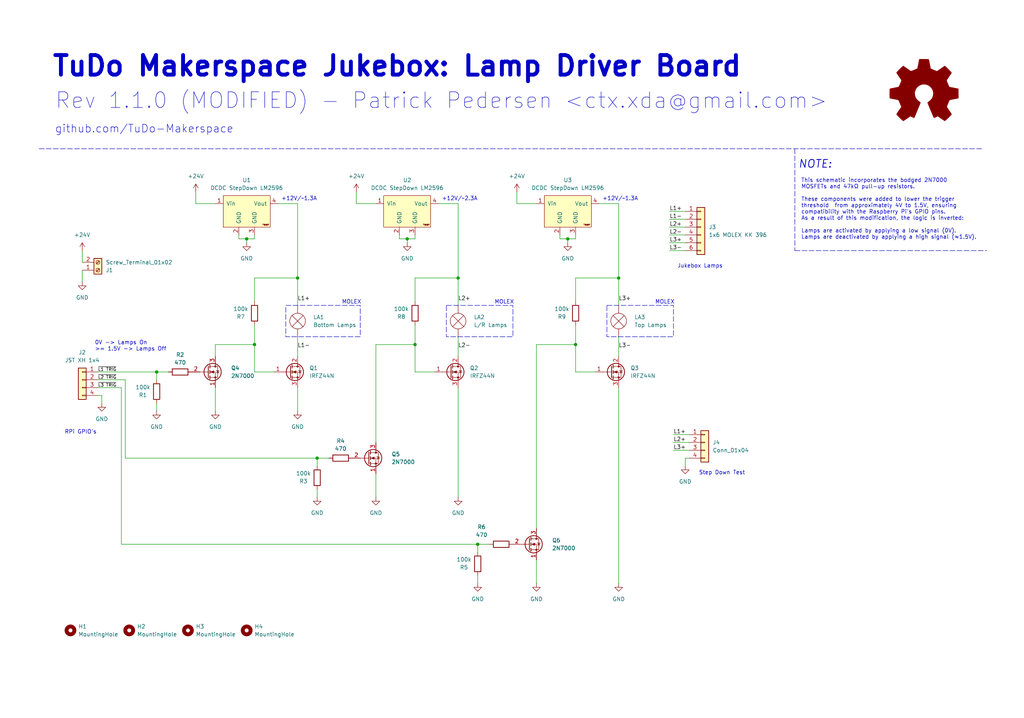
<source format=kicad_sch>
(kicad_sch (version 20231120) (generator "eeschema") (generator_version "8.0")
  (paper "User" 332.154 232.833)
  (title_block (title "Jukebox Lamp Driver Board") (date "2024-10-16") (rev "v1.1.0 MODIFIED") (company "TuDo Makerspace"))
  (lib_symbols
    (symbol "Connector:Screw_Terminal_01x02" (pin_names (offset 1.016) hide)
      (property "Reference" "J" (at 0 2.54 0))
      (property "Value" "Screw_Terminal_01x02" (at 0 -5.08 0))
      (symbol "Screw_Terminal_01x02_1_1"
        (rectangle (start -1.27 1.27) (end 1.27 -3.81) (stroke (width 0.254)) (fill (type background)))
        (circle (center 0 -2.54) (radius 0.635) (stroke (width 0.1524)))
        (polyline (pts (xy -0.5334 -2.2098) (xy 0.3302 -3.048)) (stroke (width 0.1524)))
        (polyline (pts (xy -0.5334 0.3302) (xy 0.3302 -0.508)) (stroke (width 0.1524)))
        (polyline (pts (xy -0.3556 -2.032) (xy 0.508 -2.8702)) (stroke (width 0.1524)))
        (polyline (pts (xy -0.3556 0.508) (xy 0.508 -0.3302)) (stroke (width 0.1524)))
        (circle (center 0 0) (radius 0.635) (stroke (width 0.1524)))
        (pin passive line (at -5.08 0 0) (length 3.81) (name "Pin_1") (number "1"))
        (pin passive line (at -5.08 -2.54 0) (length 3.81) (name "Pin_2") (number "2"))
      )
    )
    (symbol "Connector_Generic:Conn_01x04" (pin_names (offset 1.016) hide)
      (property "Reference" "J" (at 0 5.08 0))
      (property "Value" "Conn_01x04" (at 0 -7.62 0))
      (symbol "Conn_01x04_1_1"
        (rectangle (start -1.27 -4.953) (end 0 -5.207) (stroke (width 0.1524)))
        (rectangle (start -1.27 -2.413) (end 0 -2.667) (stroke (width 0.1524)))
        (rectangle (start -1.27 0.127) (end 0 -0.127) (stroke (width 0.1524)))
        (rectangle (start -1.27 2.667) (end 0 2.413) (stroke (width 0.1524)))
        (rectangle (start -1.27 3.81) (end 1.27 -6.35) (stroke (width 0.254)) (fill (type background)))
        (pin passive line (at -5.08 2.54 0) (length 3.81) (name "Pin_1") (number "1"))
        (pin passive line (at -5.08 0 0) (length 3.81) (name "Pin_2") (number "2"))
        (pin passive line (at -5.08 -2.54 0) (length 3.81) (name "Pin_3") (number "3"))
        (pin passive line (at -5.08 -5.08 0) (length 3.81) (name "Pin_4") (number "4"))
      )
    )
    (symbol "Connector_Generic:Conn_01x06" (pin_names (offset 1.016) hide)
      (property "Reference" "J" (at 0 7.62 0))
      (property "Value" "Conn_01x06" (at 0 -10.16 0))
      (symbol "Conn_01x06_1_1"
        (rectangle (start -1.27 -7.493) (end 0 -7.747) (stroke (width 0.1524)))
        (rectangle (start -1.27 -4.953) (end 0 -5.207) (stroke (width 0.1524)))
        (rectangle (start -1.27 -2.413) (end 0 -2.667) (stroke (width 0.1524)))
        (rectangle (start -1.27 0.127) (end 0 -0.127) (stroke (width 0.1524)))
        (rectangle (start -1.27 2.667) (end 0 2.413) (stroke (width 0.1524)))
        (rectangle (start -1.27 5.207) (end 0 4.953) (stroke (width 0.1524)))
        (rectangle (start -1.27 6.35) (end 1.27 -8.89) (stroke (width 0.254)) (fill (type background)))
        (pin passive line (at -5.08 5.08 0) (length 3.81) (name "Pin_1") (number "1"))
        (pin passive line (at -5.08 2.54 0) (length 3.81) (name "Pin_2") (number "2"))
        (pin passive line (at -5.08 0 0) (length 3.81) (name "Pin_3") (number "3"))
        (pin passive line (at -5.08 -2.54 0) (length 3.81) (name "Pin_4") (number "4"))
        (pin passive line (at -5.08 -5.08 0) (length 3.81) (name "Pin_5") (number "5"))
        (pin passive line (at -5.08 -7.62 0) (length 3.81) (name "Pin_6") (number "6"))
      )
    )
    (symbol "DCDC_Stepdown_LM2596:YAAJ_DCDC_StepDown_LM2596" (pin_names (offset 1.016))
      (property "Reference" "U" (at -5.08 6.35 0))
      (property "Value" "YAAJ_DCDC_StepDown_LM2596" (at 0 11.43 0))
      (symbol "YAAJ_DCDC_StepDown_LM2596_0_1"
        (rectangle (start -7.62 5.08) (end 7.62 -5.08) (fill (type background)))
      )
      (symbol "YAAJ_DCDC_StepDown_LM2596_1_1"
        (text "Y@@V" (at 6.1976 -4.2672 0) (effects (font (size 0.508 0.508))))
        (pin power_in line (at -10.16 2.54 0) (length 2.54) (name "Vin") (number "1"))
        (pin power_in line (at -2.54 -7.62 90) (length 2.54) (name "GND") (number "2"))
        (pin power_in line (at 2.54 -7.62 90) (length 2.54) (name "GND") (number "3"))
        (pin power_out line (at 10.16 2.54 180) (length 2.54) (name "Vout") (number "4"))
      )
    )
    (symbol "Device:Lamp" (pin_numbers hide) (pin_names (offset 0.0254) hide)
      (property "Reference" "LA" (at 0.635 3.81 0))
      (property "Value" "Lamp" (at 0.635 -3.81 0))
      (symbol "Lamp_0_1"
        (polyline (pts (xy -1.778 1.778) (xy 1.778 -1.778)))
        (polyline (pts (xy 1.778 1.778) (xy -1.778 -1.778)))
        (circle (center 0 0) (radius 2.54))
      )
      (symbol "Lamp_1_1"
        (pin passive line (at 0 -5.08 90) (length 2.54) (name "-") (number "1"))
        (pin passive line (at 0 5.08 270) (length 2.54) (name "+") (number "2"))
      )
    )
    (symbol "Device:Q_NMOS_GDS" (pin_names (offset 0) hide)
      (property "Reference" "Q" (at 5.08 1.27 0))
      (property "Value" "Q_NMOS_GDS" (at 5.08 -1.27 0))
      (symbol "Q_NMOS_GDS_0_1"
        (polyline (pts (xy 0.254 0) (xy -2.54 0)))
        (polyline (pts (xy 0.254 1.905) (xy 0.254 -1.905)) (stroke (width 0.254)))
        (polyline (pts (xy 0.762 -1.27) (xy 0.762 -2.286)) (stroke (width 0.254)))
        (polyline (pts (xy 0.762 0.508) (xy 0.762 -0.508)) (stroke (width 0.254)))
        (polyline (pts (xy 0.762 2.286) (xy 0.762 1.27)) (stroke (width 0.254)))
        (polyline (pts (xy 2.54 2.54) (xy 2.54 1.778)))
        (polyline (pts (xy 2.54 -2.54) (xy 2.54 0) (xy 0.762 0)))
        (polyline (pts (xy 0.762 -1.778) (xy 3.302 -1.778) (xy 3.302 1.778) (xy 0.762 1.778)))
        (polyline (pts (xy 1.016 0) (xy 2.032 0.381) (xy 2.032 -0.381) (xy 1.016 0)) (fill (type outline)))
        (polyline (pts (xy 2.794 0.508) (xy 2.921 0.381) (xy 3.683 0.381) (xy 3.81 0.254)))
        (polyline (pts (xy 3.302 0.381) (xy 2.921 -0.254) (xy 3.683 -0.254) (xy 3.302 0.381)))
        (circle (center 1.651 0) (radius 2.794) (stroke (width 0.254)))
        (circle (center 2.54 -1.778) (radius 0.254) (fill (type outline)))
        (circle (center 2.54 1.778) (radius 0.254) (fill (type outline)))
      )
      (symbol "Q_NMOS_GDS_1_1"
        (pin input line (at -5.08 0 0) (length 2.54) (name "G") (number "1"))
        (pin passive line (at 2.54 5.08 270) (length 2.54) (name "D") (number "2"))
        (pin passive line (at 2.54 -5.08 90) (length 2.54) (name "S") (number "3"))
      )
    )
    (symbol "Device:R" (pin_numbers hide) (pin_names (offset 0))
      (property "Reference" "R" (at 2.032 0 90))
      (property "Value" "R" (at 0 0 90))
      (symbol "R_0_1"
        (rectangle (start -1.016 -2.54) (end 1.016 2.54) (stroke (width 0.254)))
      )
      (symbol "R_1_1"
        (pin passive line (at 0 3.81 270) (length 1.27) (name "~") (number "1"))
        (pin passive line (at 0 -3.81 90) (length 1.27) (name "~") (number "2"))
      )
    )
    (symbol "Graphic:Logo_Open_Hardware_Large" (in_bom no) (on_board no)
      (symbol "Logo_Open_Hardware_Large_1_1"
        (polyline (pts (xy 6.731 -8.7122) (xy 6.6294 -8.6614) (xy 6.35 -8.4836) (xy 5.9944 -8.255) (xy 5.5372 -7.9502) (xy 5.1054 -7.6454) (xy 4.7498 -7.4168) (xy 4.4958 -7.239) (xy 4.3942 -7.1882) (xy 4.318 -7.2136) (xy 4.1148 -7.3152) (xy 3.81 -7.4676) (xy 3.6322 -7.5692) (xy 3.3528 -7.6708) (xy 3.2258 -7.6962) (xy 3.2004 -7.6708) (xy 3.0988 -7.4676) (xy 2.9464 -7.0866) (xy 2.7178 -6.604) (xy 2.4892 -6.0452) (xy 2.2352 -5.4356) (xy 1.9558 -4.826) (xy 1.7272 -4.2164) (xy 1.4986 -3.683) (xy 1.3208 -3.2512) (xy 1.2192 -2.9464) (xy 1.1684 -2.8194) (xy 1.1938 -2.794) (xy 1.3208 -2.667) (xy 1.5748 -2.4892) (xy 2.0828 -2.0574) (xy 2.6162 -1.397) (xy 2.921 -0.6604) (xy 3.048 0.1524) (xy 2.9464 0.9144) (xy 2.6416 1.6256) (xy 2.1336 2.286) (xy 1.524 2.7686) (xy 0.8128 3.0734) (xy 0 3.175) (xy -0.762 3.0988) (xy -1.4986 2.794) (xy -2.159 2.286) (xy -2.4384 1.9812) (xy -2.8194 1.3208) (xy -3.048 0.6096) (xy -3.0734 0.4318) (xy -3.0226 -0.3556) (xy -2.794 -1.0922) (xy -2.3876 -1.7526) (xy -1.8288 -2.3114) (xy -1.7526 -2.3622) (xy -1.4732 -2.5654) (xy -1.2954 -2.6924) (xy -1.1684 -2.8194) (xy -2.159 -5.207) (xy -2.3114 -5.588) (xy -2.5908 -6.2484) (xy -2.8194 -6.8072) (xy -3.0226 -7.2644) (xy -3.1496 -7.5692) (xy -3.2258 -7.6708) (xy -3.2258 -7.6962) (xy -3.302 -7.6962) (xy -3.4798 -7.6454) (xy -3.8354 -7.4676) (xy -4.0386 -7.366) (xy -4.2926 -7.239) (xy -4.4196 -7.1882) (xy -4.5212 -7.239) (xy -4.7498 -7.3914) (xy -5.1054 -7.6454) (xy -5.5372 -7.9248) (xy -5.9436 -8.2042) (xy -6.3246 -8.4582) (xy -6.604 -8.636) (xy -6.731 -8.7122) (xy -6.7564 -8.7122) (xy -6.858 -8.636) (xy -7.0866 -8.4582) (xy -7.4168 -8.1534) (xy -7.874 -7.6962) (xy -7.9502 -7.62) (xy -8.3312 -7.239) (xy -8.636 -6.9088) (xy -8.8392 -6.6802) (xy -8.9154 -6.5786) (xy -8.9154 -6.5786) (xy -8.8392 -6.4516) (xy -8.6614 -6.1722) (xy -8.4328 -5.7912) (xy -8.128 -5.3594) (xy -7.3152 -4.191) (xy -7.7724 -3.0988) (xy -7.8994 -2.7686) (xy -8.0772 -2.3622) (xy -8.2042 -2.0828) (xy -8.255 -1.9558) (xy -8.382 -1.905) (xy -8.6614 -1.8542) (xy -9.0932 -1.7526) (xy -9.6266 -1.651) (xy -10.1092 -1.5748) (xy -10.541 -1.4732) (xy -10.8712 -1.4224) (xy -11.0236 -1.397) (xy -11.049 -1.3716) (xy -11.0744 -1.2954) (xy -11.0998 -1.143) (xy -11.0998 -0.889) (xy -11.1252 -0.4572) (xy -11.1252 0.1524) (xy -11.1252 0.2286) (xy -11.0998 0.8128) (xy -11.0998 1.27) (xy -11.0744 1.5494) (xy -11.0744 1.6764) (xy -11.0744 1.6764) (xy -10.922 1.7018) (xy -10.6172 1.778) (xy -10.16 1.8542) (xy -9.652 1.9558) (xy -9.6012 1.9812) (xy -9.0932 2.0828) (xy -8.636 2.159) (xy -8.3312 2.2352) (xy -8.2042 2.286) (xy -8.1788 2.3114) (xy -8.0772 2.5146) (xy -7.9248 2.8448) (xy -7.747 3.2512) (xy -7.5692 3.6576) (xy -7.4168 4.0386) (xy -7.3152 4.318) (xy -7.2898 4.445) (xy -7.2898 4.445) (xy -7.366 4.572) (xy -7.5438 4.826) (xy -7.7978 5.207) (xy -8.128 5.6642) (xy -8.128 5.6896) (xy -8.4328 6.1468) (xy -8.6868 6.5278) (xy -8.8392 6.7818) (xy -8.9154 6.9088) (xy -8.9154 6.9088) (xy -8.8138 7.0358) (xy -8.5852 7.2898) (xy -8.255 7.6454) (xy -7.874 8.0264) (xy -7.747 8.1534) (xy -7.3152 8.5852) (xy -7.0104 8.8646) (xy -6.8326 8.9916) (xy -6.731 9.0424) (xy -6.731 9.0424) (xy -6.604 8.9408) (xy -6.3246 8.763) (xy -5.9436 8.509) (xy -5.4864 8.2042) (xy -5.461 8.1788) (xy -5.0038 7.874) (xy -4.6482 7.62) (xy -4.3688 7.4422) (xy -4.2672 7.3914) (xy -4.2418 7.3914) (xy -4.064 7.4422) (xy -3.7338 7.5438) (xy -3.3528 7.6962) (xy -2.9464 7.874) (xy -2.5654 8.0264) (xy -2.286 8.1534) (xy -2.159 8.2296) (xy -2.159 8.2296) (xy -2.1082 8.382) (xy -2.032 8.7122) (xy -1.9304 9.1694) (xy -1.8288 9.7282) (xy -1.8034 9.8044) (xy -1.7018 10.3378) (xy -1.6256 10.7696) (xy -1.5748 11.0744) (xy -1.524 11.2014) (xy -1.4478 11.2268) (xy -1.1938 11.2522) (xy -0.8128 11.2522) (xy -0.3302 11.2522) (xy 0.1524 11.2522) (xy 0.6604 11.2522) (xy 1.0668 11.2268) (xy 1.3716 11.2014) (xy 1.4986 11.176) (xy 1.4986 11.176) (xy 1.5494 11.0236) (xy 1.6256 10.6934) (xy 1.7018 10.2108) (xy 1.8288 9.6774) (xy 1.8288 9.5758) (xy 1.9304 9.0424) (xy 2.032 8.6106) (xy 2.0828 8.3058) (xy 2.1336 8.2042) (xy 2.159 8.1788) (xy 2.3876 8.0772) (xy 2.7432 7.9248) (xy 3.175 7.747) (xy 4.191 7.3406) (xy 5.461 8.2042) (xy 5.5626 8.2804) (xy 6.0198 8.5852) (xy 6.3754 8.8392) (xy 6.6294 8.9916) (xy 6.7564 9.0424) (xy 6.7564 9.0424) (xy 6.8834 8.9408) (xy 7.1374 8.7122) (xy 7.4676 8.382) (xy 7.8486 7.9756) (xy 8.1534 7.6962) (xy 8.4836 7.3406) (xy 8.7122 7.112) (xy 8.8392 6.9596) (xy 8.8646 6.858) (xy 8.8646 6.8072) (xy 8.7884 6.6802) (xy 8.6106 6.4008) (xy 8.3312 6.0198) (xy 8.0264 5.588) (xy 7.7978 5.207) (xy 7.5184 4.8006) (xy 7.3406 4.4958) (xy 7.2898 4.3434) (xy 7.2898 4.2926) (xy 7.3914 4.0386) (xy 7.5184 3.683) (xy 7.7216 3.2258) (xy 8.1534 2.2352) (xy 8.7884 2.1082) (xy 9.1948 2.0574) (xy 9.7536 1.9304) (xy 10.2616 1.8288) (xy 11.0998 1.6764) (xy 11.1252 -1.3208) (xy 10.9982 -1.3716) (xy 10.8712 -1.397) (xy 10.5664 -1.4732) (xy 10.1346 -1.5494) (xy 9.6266 -1.651) (xy 9.1948 -1.7272) (xy 8.7376 -1.8288) (xy 8.4328 -1.8796) (xy 8.2804 -1.905) (xy 8.255 -1.9558) (xy 8.1534 -2.159) (xy 7.9756 -2.5146) (xy 7.8232 -2.921) (xy 7.6454 -3.3274) (xy 7.493 -3.7338) (xy 7.366 -4.0132) (xy 7.3406 -4.191) (xy 7.3914 -4.2926) (xy 7.5692 -4.5466) (xy 7.7978 -4.9276) (xy 8.1026 -5.3594) (xy 8.4074 -5.7912) (xy 8.6614 -6.1722) (xy 8.8138 -6.4262) (xy 8.89 -6.5532) (xy 8.8646 -6.6548) (xy 8.6868 -6.858) (xy 8.3566 -7.1882) (xy 7.874 -7.6708) (xy 7.7978 -7.747) (xy 7.3914 -8.128) (xy 7.0612 -8.4328) (xy 6.8326 -8.636) (xy 6.731 -8.7122)) (fill (type outline)))
      )
    )
    (symbol "Mechanical:MountingHole" (pin_names (offset 1.016)) (exclude_from_sim yes) (in_bom no)
      (property "Reference" "H" (at 0 5.08 0))
      (property "Value" "MountingHole" (at 0 3.175 0))
      (symbol "MountingHole_0_1"
        (circle (center 0 0) (radius 1.27) (stroke (width 1.27)))
      )
    )
    (symbol "Transistor_FET:2N7000" (pin_names hide)
      (property "Reference" "Q" (at 5.08 1.905 0))
      (property "Value" "2N7000" (at 5.08 0 0))
      (symbol "2N7000_0_1"
        (polyline (pts (xy 0.254 0) (xy -2.54 0)))
        (polyline (pts (xy 0.254 1.905) (xy 0.254 -1.905)) (stroke (width 0.254)))
        (polyline (pts (xy 0.762 -1.27) (xy 0.762 -2.286)) (stroke (width 0.254)))
        (polyline (pts (xy 0.762 0.508) (xy 0.762 -0.508)) (stroke (width 0.254)))
        (polyline (pts (xy 0.762 2.286) (xy 0.762 1.27)) (stroke (width 0.254)))
        (polyline (pts (xy 2.54 2.54) (xy 2.54 1.778)))
        (polyline (pts (xy 2.54 -2.54) (xy 2.54 0) (xy 0.762 0)))
        (polyline (pts (xy 0.762 -1.778) (xy 3.302 -1.778) (xy 3.302 1.778) (xy 0.762 1.778)))
        (polyline (pts (xy 1.016 0) (xy 2.032 0.381) (xy 2.032 -0.381) (xy 1.016 0)) (fill (type outline)))
        (polyline (pts (xy 2.794 0.508) (xy 2.921 0.381) (xy 3.683 0.381) (xy 3.81 0.254)))
        (polyline (pts (xy 3.302 0.381) (xy 2.921 -0.254) (xy 3.683 -0.254) (xy 3.302 0.381)))
        (circle (center 1.651 0) (radius 2.794) (stroke (width 0.254)))
        (circle (center 2.54 -1.778) (radius 0.254) (fill (type outline)))
        (circle (center 2.54 1.778) (radius 0.254) (fill (type outline)))
      )
      (symbol "2N7000_1_1"
        (pin passive line (at 2.54 -5.08 90) (length 2.54) (name "S") (number "1"))
        (pin input line (at -5.08 0 0) (length 2.54) (name "G") (number "2"))
        (pin passive line (at 2.54 5.08 270) (length 2.54) (name "D") (number "3"))
      )
    )
    (symbol "power:+24V" (power) (pin_numbers hide) (pin_names (offset 0) hide)
      (property "Value" "+24V" (at 0 3.556 0))
      (symbol "+24V_0_1"
        (polyline (pts (xy -0.762 1.27) (xy 0 2.54)))
        (polyline (pts (xy 0 0) (xy 0 2.54)))
        (polyline (pts (xy 0 2.54) (xy 0.762 1.27)))
      )
      (symbol "+24V_1_1"
        (pin power_in line (at 0 0 90) (length 0) (name "~") (number "1"))
      )
    )
    (symbol "power:GND" (power) (pin_numbers hide) (pin_names (offset 0) hide)
      (property "Value" "GND" (at 0 -3.81 0))
      (symbol "GND_0_1"
        (polyline (pts (xy 0 0) (xy 0 -1.27) (xy 1.27 -1.27) (xy 0 -2.54) (xy -1.27 -1.27) (xy 0 -1.27)))
      )
      (symbol "GND_1_1"
        (pin power_in line (at 0 0 270) (length 0) (name "~") (number "1"))
      )
    )
  )
  (junction (at 184.15 77.47))
  (junction (at 132.08 77.47))
  (junction (at 96.52 90.17))
  (junction (at 50.8 120.65))
  (junction (at 82.55 111.76))
  (junction (at 80.01 77.47))
  (junction (at 200.66 90.17))
  (junction (at 148.59 90.17))
  (junction (at 154.94 176.53))
  (junction (at 102.87 148.59))
  (junction (at 134.62 111.76))
  (junction (at 186.69 111.76))
  (wire (pts (xy 222.25 151.13) (xy 222.25 148.59)))
  (wire (pts (xy 218.44 146.05) (xy 223.52 146.05)))
  (wire (pts (xy 96.52 66.04) (xy 90.17 66.04)))
  (wire (pts (xy 148.59 90.17) (xy 148.59 99.06)))
  (wire (pts (xy 148.59 66.04) (xy 148.59 90.17)))
  (wire (pts (xy 134.62 76.2) (xy 134.62 77.47)))
  (wire (pts (xy 200.66 66.04) (xy 200.66 90.17)))
  (wire (pts (xy 217.17 76.2) (xy 222.25 76.2)))
  (wire (pts (xy 50.8 130.81) (xy 50.8 133.35)))
  (wire (pts (xy 148.59 125.73) (xy 148.59 161.29)))
  (wire (pts (xy 148.59 66.04) (xy 142.24 66.04)))
  (wire (pts (xy 77.47 77.47) (xy 77.47 76.2)))
  (wire (pts (xy 121.92 111.76) (xy 134.62 111.76)))
  (polyline (pts (xy 257.81 48.26) (xy 257.81 81.28)) (stroke (width 0) (type dash)))
  (wire (pts (xy 173.99 111.76) (xy 173.99 171.45)))
  (wire (pts (xy 132.08 77.47) (xy 129.54 77.47)))
  (wire (pts (xy 218.44 143.51) (xy 223.52 143.51)))
  (wire (pts (xy 217.17 81.28) (xy 222.25 81.28)))
  (wire (pts (xy 218.44 140.97) (xy 223.52 140.97)))
  (wire (pts (xy 69.85 111.76) (xy 82.55 111.76)))
  (wire (pts (xy 222.25 148.59) (xy 223.52 148.59)))
  (wire (pts (xy 121.92 153.67) (xy 121.92 161.29)))
  (wire (pts (xy 102.87 148.59) (xy 40.64 148.59)))
  (wire (pts (xy 132.08 77.47) (xy 134.62 77.47)))
  (wire (pts (xy 82.55 77.47) (xy 80.01 77.47)))
  (wire (pts (xy 31.75 123.19) (xy 40.64 123.19)))
  (wire (pts (xy 82.55 111.76) (xy 82.55 120.65)))
  (wire (pts (xy 167.64 66.04) (xy 173.99 66.04)))
  (wire (pts (xy 115.57 62.23) (xy 115.57 66.04)))
  (wire (pts (xy 200.66 109.22) (xy 200.66 115.57)))
  (wire (pts (xy 200.66 125.73) (xy 200.66 189.23)))
  (wire (pts (xy 33.02 128.27) (xy 33.02 130.81)))
  (wire (pts (xy 80.01 78.74) (xy 80.01 77.47)))
  (wire (pts (xy 50.8 120.65) (xy 54.61 120.65)))
  (wire (pts (xy 69.85 115.57) (xy 69.85 111.76)))
  (wire (pts (xy 82.55 76.2) (xy 82.55 77.47)))
  (wire (pts (xy 158.75 176.53) (xy 154.94 176.53)))
  (wire (pts (xy 96.52 90.17) (xy 96.52 99.06)))
  (wire (pts (xy 186.69 76.2) (xy 186.69 77.47)))
  (wire (pts (xy 184.15 78.74) (xy 184.15 77.47)))
  (wire (pts (xy 82.55 105.41) (xy 82.55 111.76)))
  (wire (pts (xy 31.75 120.65) (xy 50.8 120.65)))
  (wire (pts (xy 96.52 125.73) (xy 96.52 133.35)))
  (polyline (pts (xy 257.81 81.28) (xy 320.04 81.28)) (stroke (width 0) (type dash)))
  (wire (pts (xy 102.87 148.59) (xy 102.87 151.13)))
  (wire (pts (xy 186.69 111.76) (xy 186.69 120.65)))
  (wire (pts (xy 132.08 78.74) (xy 132.08 77.47)))
  (wire (pts (xy 181.61 77.47) (xy 181.61 76.2)))
  (wire (pts (xy 134.62 90.17) (xy 148.59 90.17)))
  (wire (pts (xy 82.55 120.65) (xy 88.9 120.65)))
  (wire (pts (xy 200.66 90.17) (xy 200.66 99.06)))
  (wire (pts (xy 173.99 181.61) (xy 173.99 189.23)))
  (wire (pts (xy 200.66 66.04) (xy 194.31 66.04)))
  (wire (pts (xy 217.17 71.12) (xy 222.25 71.12)))
  (wire (pts (xy 134.62 97.79) (xy 134.62 90.17)))
  (wire (pts (xy 39.37 176.53) (xy 39.37 125.73)))
  (wire (pts (xy 186.69 120.65) (xy 193.04 120.65)))
  (wire (pts (xy 186.69 77.47) (xy 184.15 77.47)))
  (wire (pts (xy 154.94 176.53) (xy 154.94 179.07)))
  (wire (pts (xy 129.54 77.47) (xy 129.54 76.2)))
  (wire (pts (xy 50.8 120.65) (xy 50.8 123.19)))
  (wire (pts (xy 186.69 97.79) (xy 186.69 90.17)))
  (wire (pts (xy 26.67 81.28) (xy 26.67 85.09)))
  (wire (pts (xy 148.59 109.22) (xy 148.59 115.57)))
  (wire (pts (xy 154.94 176.53) (xy 39.37 176.53)))
  (wire (pts (xy 115.57 66.04) (xy 121.92 66.04)))
  (wire (pts (xy 96.52 109.22) (xy 96.52 115.57)))
  (wire (pts (xy 217.17 68.58) (xy 222.25 68.58)))
  (wire (pts (xy 154.94 186.69) (xy 154.94 189.23)))
  (wire (pts (xy 80.01 77.47) (xy 77.47 77.47)))
  (wire (pts (xy 82.55 97.79) (xy 82.55 90.17)))
  (wire (pts (xy 134.62 120.65) (xy 140.97 120.65)))
  (wire (pts (xy 106.68 148.59) (xy 102.87 148.59)))
  (polyline (pts (xy 12.7 48.26) (xy 318.77 48.26)) (stroke (width 0) (type dash)))
  (wire (pts (xy 186.69 90.17) (xy 200.66 90.17)))
  (wire (pts (xy 63.5 62.23) (xy 63.5 66.04)))
  (wire (pts (xy 96.52 66.04) (xy 96.52 90.17)))
  (wire (pts (xy 102.87 158.75) (xy 102.87 161.29)))
  (wire (pts (xy 63.5 66.04) (xy 69.85 66.04)))
  (wire (pts (xy 40.64 148.59) (xy 40.64 123.19)))
  (wire (pts (xy 82.55 90.17) (xy 96.52 90.17)))
  (wire (pts (xy 186.69 105.41) (xy 186.69 111.76)))
  (wire (pts (xy 184.15 77.47) (xy 181.61 77.47)))
  (wire (pts (xy 134.62 111.76) (xy 134.62 120.65)))
  (wire (pts (xy 26.67 87.63) (xy 26.67 91.44)))
  (wire (pts (xy 134.62 105.41) (xy 134.62 111.76)))
  (wire (pts (xy 33.02 128.27) (xy 31.75 128.27)))
  (wire (pts (xy 167.64 62.23) (xy 167.64 66.04)))
  (wire (pts (xy 217.17 73.66) (xy 222.25 73.66)))
  (wire (pts (xy 173.99 111.76) (xy 186.69 111.76)))
  (wire (pts (xy 217.17 78.74) (xy 222.25 78.74)))
  (wire (pts (xy 31.75 125.73) (xy 39.37 125.73)))
  (wire (pts (xy 121.92 111.76) (xy 121.92 143.51)))
  (wire (pts (xy 69.85 125.73) (xy 69.85 133.35)))
  (rectangle (start 144.78 99.06) (end 166.37 109.22) (stroke (width 0) (type dash)))
  (rectangle (start 196.85 99.06) (end 218.44 109.22) (stroke (width 0) (type dash)))
  (rectangle (start 92.71 99.06) (end 116.84 109.22) (stroke (width 0) (type dash)))
  (text "+12V/~1.3A" (at 97.028 64.516 0) (effects (font (size 1.27 1.27))))
  (text "Jukebox Lamps" (at 227.076 86.36 0) (effects (font (size 1.27 1.27))))
  (text "Rev 1.1.0 (MODIFIED) - Patrick Pedersen <ctx.xda@gmail.com>" (at 17.78 32.766 0) (effects (font (size 5.08 5.08)) (justify left)))
  (text "+12V/~2.3A" (at 149.098 64.516 0) (effects (font (size 1.27 1.27))))
  (text "This schematic incorporates the bodged 2N7000 \nMOSFETs and 47 kΩ pull-up resistors.\n\nThese components were added to lower the trigger \nthreshold  from approximately 4 V to 1.5 V, ensuring \ncompatibility with the Raspberry Pi's GPIO pins.\nAs a result of this modification, the logic is inverted:\n\nLamps are activated by applying a low signal (0 V).\nLamps are deactivated by applying a high signal (≈1.5 V)." (at 259.842 67.818 0) (effects (font (size 1.27 1.27)) (justify left)))
  (text "+12V/~1.3A" (at 201.168 64.516 0) (effects (font (size 1.27 1.27))))
  (text "github.com/TuDo-Makerspace" (at 17.78 41.91 0) (effects (font (size 2.54 2.54)) (justify left)))
  (text "MOLEX" (at 163.576 98.044 0) (effects (font (size 1.27 1.27))))
  (text "MOLEX" (at 215.646 98.044 0) (effects (font (size 1.27 1.27))))
  (text "RPi GPIO's" (at 26.162 140.208 0) (effects (font (size 1.27 1.27))))
  (text "Step Down Test" (at 234.188 153.416 0) (effects (font (size 1.27 1.27))))
  (text "NOTE:" (at 264.414 53.34 0) (effects (font (size 2.54 2.54) (thickness 0.254) (bold yes) (italic yes))))
  (text "0V -> Lamps On\n>= 1.5V -> Lamps Off" (at 30.734 112.268 0) (effects (font (size 1.27 1.27)) (justify left)))
  (text "MOLEX" (at 114.046 98.044 0) (effects (font (size 1.27 1.27))))
  (text "TuDo Makerspace Jukebox: Lamp Driver Board" (at 16.51 21.59 0) (effects (font (size 6.35 6.35) (thickness 1.27) (bold yes)) (justify left)))
  (label "L1+" (at 217.17 68.58 0))
  (label "L3-" (at 217.17 81.28 0))
  (label "L2+" (at 218.44 143.51 0))
  (label "L1-" (at 96.52 113.03 0))
  (label "L2-" (at 148.59 113.03 0))
  (label "L3-" (at 200.66 113.03 0))
  (label "L2+" (at 148.59 97.79 0))
  (label "L1-" (at 217.17 71.12 0))
  (label "L3+" (at 200.66 97.79 0))
  (label "L2+" (at 217.17 73.66 0))
  (label "~{L1 TRIG}" (at 31.75 120.65 0) (effects (font (size 1.016 1.016))))
  (label "L3+" (at 217.17 78.74 0))
  (label "L3+" (at 218.44 146.05 0))
  (label "L2-" (at 217.17 76.2 0))
  (label "~{L3 TRIG}" (at 31.75 125.73 0) (effects (font (size 1.016 1.016))))
  (label "L1+" (at 96.52 97.79 0))
  (label "L1+" (at 218.44 140.97 0))
  (label "~{L2 TRIG}" (at 31.75 123.19 0) (effects (font (size 1.016 1.016))))
  (symbol (lib_id "power:GND") (at 26.67 91.44 0) (unit 1)
    (property "Reference" "#PWR02" (effects (hide yes)))
    (property "Value" "GND" (at 26.67 96.52 0))
    (property "Description" "Power symbol creates a global label with name \"GND\" , ground" (effects (hide yes)))
  )
  (symbol (lib_id "power:GND") (at 102.87 161.29 0) (unit 1)
    (property "Reference" "#PWR09" (effects (hide yes)))
    (property "Value" "GND" (at 102.87 166.37 0))
    (property "Description" "Power symbol creates a global label with name \"GND\" , ground" (effects (hide yes)))
  )
  (symbol (lib_id "Connector_Generic:Conn_01x04") (at 26.67 123.19 0) (mirror y) (unit 1)
    (property "Reference" "J2" (at 26.67 114.3 0))
    (property "Value" "JST XH 1x4" (at 26.67 116.84 0))
    (property "Footprint" "Connector_JST:JST_XH_B4B-XH-A_1x04_P2.50mm_Vertical" (effects (hide yes)))
    (property "Description" "Generic connector, single row, 01x04, script generated (kicad-library-utils/schlib/autogen/connector/)" (effects (hide yes)))
  )
  (symbol (lib_id "Mechanical:MountingHole") (at 60.96 204.47 0) (unit 1) (exclude_from_sim yes) (in_bom no)
    (property "Reference" "H3" (at 63.5 203.1999 0) (effects (justify left)))
    (property "Value" "MountingHole" (at 63.5 205.7399 0) (effects (justify left)))
    (property "Footprint" "MountingHole:MountingHole_3.2mm_M3" (effects (hide yes)))
    (property "Description" "Mounting Hole without connection" (effects (hide yes)))
  )
  (symbol (lib_id "Device:Q_NMOS_GDS") (at 93.98 120.65 0) (unit 1)
    (property "Reference" "Q1" (at 100.33 119.3799 0) (effects (justify left)))
    (property "Value" "IRFZ44N" (at 100.33 121.9199 0) (effects (justify left)))
    (property "Footprint" "Package_TO_SOT_THT:TO-220-3_Horizontal_TabDown" (effects (hide yes)))
    (property "Description" "N-MOSFET transistor, gate/drain/source" (effects (hide yes)))
  )
  (symbol (lib_id "Transistor_FET:2N7000") (at 67.31 120.65 0) (unit 1)
    (property "Reference" "Q4" (at 74.93 119.3799 0) (effects (justify left)))
    (property "Value" "2N7000" (at 74.93 121.9199 0) (effects (justify left)))
    (property "Footprint" "Package_TO_SOT_THT:TO-92_Inline" (effects (hide yes)))
    (property "Datasheet" "https://www.vishay.com/docs/70226/70226.pdf" (effects (hide yes)))
    (property "Description" "0.2A Id, 200V Vds, N-Channel MOSFET, 2.6V Logic Level, TO-92" (effects (hide yes)))
  )
  (symbol (lib_id "Device:R") (at 58.42 120.65 270) (unit 1)
    (property "Reference" "R2" (at 58.42 115.062 90))
    (property "Value" "470" (at 58.42 117.602 90))
    (property "Footprint" "Resistor_THT:R_Axial_DIN0207_L6.3mm_D2.5mm_P7.62mm_Horizontal" (effects (hide yes)))
    (property "Description" "Resistor" (effects (hide yes)))
  )
  (symbol (lib_id "power:GND") (at 222.25 151.13 0) (unit 1)
    (property "Reference" "#PWR016" (effects (hide yes)))
    (property "Value" "GND" (at 222.25 156.21 0))
    (property "Description" "Power symbol creates a global label with name \"GND\" , ground" (effects (hide yes)))
  )
  (symbol (lib_id "DCDC_Stepdown_LM2596:YAAJ_DCDC_StepDown_LM2596") (at 184.15 68.58 0) (unit 1)
    (property "Reference" "U3" (at 184.15 58.42 0))
    (property "Value" "DCDC StepDown LM2596" (at 184.15 60.96 0))
    (property "Footprint" "DCDC_Stepdown_LM2596:YAAJ_DCDC_StepDown_LM2596_Foxed" (effects (hide yes)))
    (property "Description" "module : adjustable step down module 3.2V-40V to 1.25V-35V 3A" (effects (hide yes)))
  )
  (symbol (lib_id "power:GND") (at 173.99 189.23 0) (unit 1)
    (property "Reference" "#PWR019" (effects (hide yes)))
    (property "Value" "GND" (at 173.99 194.31 0))
    (property "Description" "Power symbol creates a global label with name \"GND\" , ground" (effects (hide yes)))
  )
  (symbol (lib_id "Device:R") (at 154.94 182.88 0) (unit 1)
    (property "Reference" "R5" (at 150.495 184.023 0))
    (property "Value" "100k" (at 150.495 181.483 0))
    (property "Footprint" "Resistor_THT:R_Axial_DIN0207_L6.3mm_D2.5mm_P7.62mm_Horizontal" (effects (hide yes)))
    (property "Description" "Resistor" (effects (hide yes)))
  )
  (symbol (lib_id "Transistor_FET:2N7000") (at 171.45 176.53 0) (unit 1)
    (property "Reference" "Q6" (at 179.07 175.2599 0) (effects (justify left)))
    (property "Value" "2N7000" (at 179.07 177.7999 0) (effects (justify left)))
    (property "Footprint" "Package_TO_SOT_THT:TO-92_Inline" (effects (hide yes)))
    (property "Datasheet" "https://www.vishay.com/docs/70226/70226.pdf" (effects (hide yes)))
    (property "Description" "0.2A Id, 200V Vds, N-Channel MOSFET, 2.6V Logic Level, TO-92" (effects (hide yes)))
  )
  (symbol (lib_id "power:GND") (at 132.08 78.74 0) (unit 1)
    (property "Reference" "#PWR010" (effects (hide yes)))
    (property "Value" "GND" (at 132.08 83.82 0))
    (property "Description" "Power symbol creates a global label with name \"GND\" , ground" (effects (hide yes)))
  )
  (symbol (lib_id "Device:R") (at 102.87 154.94 0) (unit 1)
    (property "Reference" "R3" (at 98.425 156.083 0))
    (property "Value" "100k" (at 98.425 153.543 0))
    (property "Footprint" "Resistor_THT:R_Axial_DIN0207_L6.3mm_D2.5mm_P7.62mm_Horizontal" (effects (hide yes)))
    (property "Description" "Resistor" (effects (hide yes)))
  )
  (symbol (lib_id "power:GND") (at 33.02 130.81 0) (unit 1)
    (property "Reference" "#PWR03" (effects (hide yes)))
    (property "Value" "GND" (at 33.02 135.89 0))
    (property "Description" "Power symbol creates a global label with name \"GND\" , ground" (effects (hide yes)))
  )
  (symbol (lib_id "Device:R") (at 162.56 176.53 270) (unit 1)
    (property "Reference" "R6" (at 156.21 170.942 90))
    (property "Value" "470" (at 156.21 173.482 90))
    (property "Footprint" "Resistor_THT:R_Axial_DIN0207_L6.3mm_D2.5mm_P7.62mm_Horizontal" (effects (hide yes)))
    (property "Description" "Resistor" (effects (hide yes)))
  )
  (symbol (lib_id "power:+24V") (at 26.67 81.28 0) (unit 1)
    (property "Reference" "#PWR01" (effects (hide yes)))
    (property "Value" "+24V" (at 26.67 76.2 0))
    (property "Description" "Power symbol creates a global label with name \"+24V\"" (effects (hide yes)))
  )
  (symbol (lib_id "Connector_Generic:Conn_01x06") (at 227.33 73.66 0) (unit 1)
    (property "Reference" "J3" (at 229.87 73.6599 0) (effects (justify left)))
    (property "Value" "1x6 MOLEX KK 396" (at 229.87 76.1999 0) (effects (justify left)))
    (property "Footprint" "Connector_Molex:Molex_KK-396_5273-06A_1x06_P3.96mm_Vertical" (effects (hide yes)))
    (property "Description" "Generic connector, single row, 01x06, script generated (kicad-library-utils/schlib/autogen/connector/)" (effects (hide yes)))
  )
  (symbol (lib_id "Device:Lamp") (at 148.59 104.14 180) (unit 1) (on_board no)
    (property "Reference" "LA2" (at 153.67 102.8699 0) (effects (justify right)))
    (property "Value" "L/R Lamps" (at 153.67 105.4099 0) (effects (justify right)))
    (property "Description" "Lamp" (effects (hide yes)))
  )
  (symbol (lib_id "Mechanical:MountingHole") (at 22.86 204.47 0) (unit 1) (exclude_from_sim yes) (in_bom no)
    (property "Reference" "H1" (at 25.4 203.1999 0) (effects (justify left)))
    (property "Value" "MountingHole" (at 25.4 205.7399 0) (effects (justify left)))
    (property "Footprint" "MountingHole:MountingHole_3.2mm_M3" (effects (hide yes)))
    (property "Description" "Mounting Hole without connection" (effects (hide yes)))
  )
  (symbol (lib_id "Device:R") (at 110.49 148.59 270) (unit 1)
    (property "Reference" "R4" (at 110.49 143.002 90))
    (property "Value" "470" (at 110.49 145.542 90))
    (property "Footprint" "Resistor_THT:R_Axial_DIN0207_L6.3mm_D2.5mm_P7.62mm_Horizontal" (effects (hide yes)))
    (property "Description" "Resistor" (effects (hide yes)))
  )
  (symbol (lib_id "power:+24V") (at 115.57 62.23 0) (unit 1)
    (property "Reference" "#PWR08" (effects (hide yes)))
    (property "Value" "+24V" (at 115.57 57.15 0))
    (property "Description" "Power symbol creates a global label with name \"+24V\"" (effects (hide yes)))
  )
  (symbol (lib_id "power:GND") (at 148.59 161.29 0) (unit 1)
    (property "Reference" "#PWR011" (effects (hide yes)))
    (property "Value" "GND" (at 148.59 166.37 0))
    (property "Description" "Power symbol creates a global label with name \"GND\" , ground" (effects (hide yes)))
  )
  (symbol (lib_id "DCDC_Stepdown_LM2596:YAAJ_DCDC_StepDown_LM2596") (at 132.08 68.58 0) (unit 1)
    (property "Reference" "U2" (at 132.08 58.42 0))
    (property "Value" "DCDC StepDown LM2596" (at 132.08 60.96 0))
    (property "Footprint" "DCDC_Stepdown_LM2596:YAAJ_DCDC_StepDown_LM2596_Foxed" (effects (hide yes)))
    (property "Description" "module : adjustable step down module 3.2V-40V to 1.25V-35V 3A" (effects (hide yes)))
  )
  (symbol (lib_id "power:+24V") (at 63.5 62.23 0) (unit 1)
    (property "Reference" "#PWR04" (effects (hide yes)))
    (property "Value" "+24V" (at 63.5 57.15 0))
    (property "Description" "Power symbol creates a global label with name \"+24V\"" (effects (hide yes)))
  )
  (symbol (lib_id "Device:R") (at 50.8 127 0) (unit 1)
    (property "Reference" "R1" (at 46.355 128.143 0))
    (property "Value" "100k" (at 46.355 125.603 0))
    (property "Footprint" "Resistor_THT:R_Axial_DIN0207_L6.3mm_D2.5mm_P7.62mm_Horizontal" (effects (hide yes)))
    (property "Description" "Resistor" (effects (hide yes)))
  )
  (symbol (lib_id "power:GND") (at 69.85 133.35 0) (unit 1)
    (property "Reference" "#PWR017" (effects (hide yes)))
    (property "Value" "GND" (at 69.85 138.43 0))
    (property "Description" "Power symbol creates a global label with name \"GND\" , ground" (effects (hide yes)))
  )
  (symbol (lib_id "Device:Lamp") (at 96.52 104.14 180) (unit 1) (on_board no)
    (property "Reference" "LA1" (at 101.6 102.8699 0) (effects (justify right)))
    (property "Value" "Bottom Lamps" (at 101.6 105.4099 0) (effects (justify right)))
    (property "Description" "Lamp" (effects (hide yes)))
  )
  (symbol (lib_id "Device:R") (at 134.62 101.6 0) (unit 1)
    (property "Reference" "R8" (at 130.175 102.743 0))
    (property "Value" "100k" (at 130.175 100.203 0))
    (property "Footprint" "Resistor_THT:R_Axial_DIN0207_L6.3mm_D2.5mm_P7.62mm_Horizontal" (effects (hide yes)))
    (property "Description" "Resistor" (effects (hide yes)))
  )
  (symbol (lib_id "power:GND") (at 80.01 78.74 0) (unit 1)
    (property "Reference" "#PWR06" (effects (hide yes)))
    (property "Value" "GND" (at 80.01 83.82 0))
    (property "Description" "Power symbol creates a global label with name \"GND\" , ground" (effects (hide yes)))
  )
  (symbol (lib_id "Device:Lamp") (at 200.66 104.14 180) (unit 1) (on_board no)
    (property "Reference" "LA3" (at 205.74 102.8699 0) (effects (justify right)))
    (property "Value" "Top Lamps" (at 205.74 105.4099 0) (effects (justify right)))
    (property "Description" "Lamp" (effects (hide yes)))
  )
  (symbol (lib_id "power:GND") (at 154.94 189.23 0) (unit 1)
    (property "Reference" "#PWR013" (effects (hide yes)))
    (property "Value" "GND" (at 154.94 194.31 0))
    (property "Description" "Power symbol creates a global label with name \"GND\" , ground" (effects (hide yes)))
  )
  (symbol (lib_id "DCDC_Stepdown_LM2596:YAAJ_DCDC_StepDown_LM2596") (at 80.01 68.58 0) (unit 1)
    (property "Reference" "U1" (at 80.01 58.42 0))
    (property "Value" "DCDC StepDown LM2596" (at 80.01 60.96 0))
    (property "Footprint" "DCDC_Stepdown_LM2596:YAAJ_DCDC_StepDown_LM2596_Foxed" (effects (hide yes)))
    (property "Description" "module : adjustable step down module 3.2V-40V to 1.25V-35V 3A" (effects (hide yes)))
  )
  (symbol (lib_id "Device:Q_NMOS_GDS") (at 198.12 120.65 0) (unit 1)
    (property "Reference" "Q3" (at 204.47 119.3799 0) (effects (justify left)))
    (property "Value" "IRFZ44N" (at 204.47 121.9199 0) (effects (justify left)))
    (property "Footprint" "Package_TO_SOT_THT:TO-220-3_Horizontal_TabDown" (effects (hide yes)))
    (property "Description" "N-MOSFET transistor, gate/drain/source" (effects (hide yes)))
  )
  (symbol (lib_id "power:GND") (at 121.92 161.29 0) (unit 1)
    (property "Reference" "#PWR018" (effects (hide yes)))
    (property "Value" "GND" (at 121.92 166.37 0))
    (property "Description" "Power symbol creates a global label with name \"GND\" , ground" (effects (hide yes)))
  )
  (symbol (lib_id "power:GND") (at 96.52 133.35 0) (unit 1)
    (property "Reference" "#PWR07" (effects (hide yes)))
    (property "Value" "GND" (at 96.52 138.43 0))
    (property "Description" "Power symbol creates a global label with name \"GND\" , ground" (effects (hide yes)))
  )
  (symbol (lib_id "Mechanical:MountingHole") (at 80.01 204.47 0) (unit 1) (exclude_from_sim yes) (in_bom no)
    (property "Reference" "H4" (at 82.55 203.1999 0) (effects (justify left)))
    (property "Value" "MountingHole" (at 82.55 205.7399 0) (effects (justify left)))
    (property "Footprint" "MountingHole:MountingHole_3.2mm_M3" (effects (hide yes)))
    (property "Description" "Mounting Hole without connection" (effects (hide yes)))
  )
  (symbol (lib_id "power:+24V") (at 167.64 62.23 0) (unit 1)
    (property "Reference" "#PWR012" (effects (hide yes)))
    (property "Value" "+24V" (at 167.64 57.15 0))
    (property "Description" "Power symbol creates a global label with name \"+24V\"" (effects (hide yes)))
  )
  (symbol (lib_id "Transistor_FET:2N7000") (at 119.38 148.59 0) (unit 1)
    (property "Reference" "Q5" (at 127 147.3199 0) (effects (justify left)))
    (property "Value" "2N7000" (at 127 149.8599 0) (effects (justify left)))
    (property "Footprint" "Package_TO_SOT_THT:TO-92_Inline" (effects (hide yes)))
    (property "Datasheet" "https://www.vishay.com/docs/70226/70226.pdf" (effects (hide yes)))
    (property "Description" "0.2A Id, 200V Vds, N-Channel MOSFET, 2.6V Logic Level, TO-92" (effects (hide yes)))
  )
  (symbol (lib_id "power:GND") (at 50.8 133.35 0) (unit 1)
    (property "Reference" "#PWR05" (effects (hide yes)))
    (property "Value" "GND" (at 50.8 138.43 0))
    (property "Description" "Power symbol creates a global label with name \"GND\" , ground" (effects (hide yes)))
  )
  (symbol (lib_id "Connector:Screw_Terminal_01x02") (at 31.75 87.63 0) (mirror x) (unit 1)
    (property "Reference" "J1" (at 34.29 87.6301 0) (effects (justify left)))
    (property "Value" "Screw_Terminal_01x02" (at 34.29 85.0901 0) (effects (justify left)))
    (property "Footprint" "TerminalBlock_Phoenix:TerminalBlock_Phoenix_MKDS-1,5-2-5.08_1x02_P5.08mm_Horizontal" (effects (hide yes)))
    (property "Description" "Generic screw terminal, single row, 01x02, script generated (kicad-library-utils/schlib/autogen/connector/)" (effects (hide yes)))
  )
  (symbol (lib_id "Mechanical:MountingHole") (at 41.91 204.47 0) (unit 1) (exclude_from_sim yes) (in_bom no)
    (property "Reference" "H2" (at 44.45 203.1999 0) (effects (justify left)))
    (property "Value" "MountingHole" (at 44.45 205.7399 0) (effects (justify left)))
    (property "Footprint" "MountingHole:MountingHole_3.2mm_M3" (effects (hide yes)))
    (property "Description" "Mounting Hole without connection" (effects (hide yes)))
  )
  (symbol (lib_id "power:GND") (at 200.66 189.23 0) (unit 1)
    (property "Reference" "#PWR015" (effects (hide yes)))
    (property "Value" "GND" (at 200.66 194.31 0))
    (property "Description" "Power symbol creates a global label with name \"GND\" , ground" (effects (hide yes)))
  )
  (symbol (lib_id "Device:R") (at 186.69 101.6 0) (unit 1)
    (property "Reference" "R9" (at 182.245 102.743 0))
    (property "Value" "100k" (at 182.245 100.203 0))
    (property "Footprint" "Resistor_THT:R_Axial_DIN0207_L6.3mm_D2.5mm_P7.62mm_Horizontal" (effects (hide yes)))
    (property "Description" "Resistor" (effects (hide yes)))
  )
  (symbol (lib_id "power:GND") (at 184.15 78.74 0) (unit 1)
    (property "Reference" "#PWR014" (effects (hide yes)))
    (property "Value" "GND" (at 184.15 83.82 0))
    (property "Description" "Power symbol creates a global label with name \"GND\" , ground" (effects (hide yes)))
  )
  (symbol (lib_id "Graphic:Logo_Open_Hardware_Large") (at 299.72 30.48 0) (unit 1) (exclude_from_sim yes) (in_bom no) (on_board no)
    (property "Reference" "#SYM1" (effects (hide yes)))
    (property "Value" "Logo_Open_Hardware_Large" (effects (hide yes)))
    (property "Description" "Open Hardware logo, large" (effects (hide yes)))
  )
  (symbol (lib_id "Device:Q_NMOS_GDS") (at 146.05 120.65 0) (unit 1)
    (property "Reference" "Q2" (at 152.4 119.3799 0) (effects (justify left)))
    (property "Value" "IRFZ44N" (at 152.4 121.9199 0) (effects (justify left)))
    (property "Footprint" "Package_TO_SOT_THT:TO-220-3_Horizontal_TabDown" (effects (hide yes)))
    (property "Description" "N-MOSFET transistor, gate/drain/source" (effects (hide yes)))
  )
  (symbol (lib_id "Connector_Generic:Conn_01x04") (at 228.6 143.51 0) (unit 1)
    (property "Reference" "J4" (at 231.14 143.5099 0) (effects (justify left)))
    (property "Value" "Conn_01x04" (at 231.14 146.0499 0) (effects (justify left)))
    (property "Footprint" "Connector_PinHeader_2.54mm:PinHeader_1x04_P2.54mm_Vertical" (effects (hide yes)))
    (property "Description" "Generic connector, single row, 01x04, script generated (kicad-library-utils/schlib/autogen/connector/)" (effects (hide yes)))
  )
  (symbol (lib_id "Device:R") (at 82.55 101.6 0) (unit 1)
    (property "Reference" "R7" (at 78.105 102.743 0))
    (property "Value" "100k" (at 78.105 100.203 0))
    (property "Footprint" "Resistor_THT:R_Axial_DIN0207_L6.3mm_D2.5mm_P7.62mm_Horizontal" (effects (hide yes)))
    (property "Description" "Resistor" (effects (hide yes)))
  )
)
</source>
